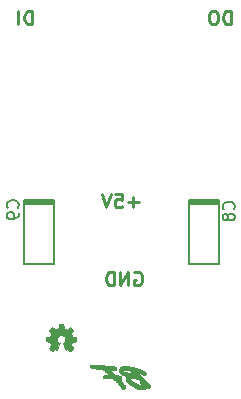
<source format=gbo>
G04 #@! TF.GenerationSoftware,KiCad,Pcbnew,5.0.0-fee4fd1~65~ubuntu17.10.1*
G04 #@! TF.CreationDate,2018-08-22T05:19:58-04:00*
G04 #@! TF.ProjectId,rgb-digit,7267622D64696769742E6B696361645F,A*
G04 #@! TF.SameCoordinates,Original*
G04 #@! TF.FileFunction,Legend,Bot*
G04 #@! TF.FilePolarity,Positive*
%FSLAX46Y46*%
G04 Gerber Fmt 4.6, Leading zero omitted, Abs format (unit mm)*
G04 Created by KiCad (PCBNEW 5.0.0-fee4fd1~65~ubuntu17.10.1) date Wed Aug 22 05:19:58 2018*
%MOMM*%
%LPD*%
G01*
G04 APERTURE LIST*
%ADD10C,0.285750*%
%ADD11C,0.002540*%
%ADD12C,0.050000*%
%ADD13C,0.180000*%
G04 APERTURE END LIST*
D10*
X142094857Y-108013500D02*
X142203714Y-107959071D01*
X142367000Y-107959071D01*
X142530285Y-108013500D01*
X142639142Y-108122357D01*
X142693571Y-108231214D01*
X142748000Y-108448928D01*
X142748000Y-108612214D01*
X142693571Y-108829928D01*
X142639142Y-108938785D01*
X142530285Y-109047642D01*
X142367000Y-109102071D01*
X142258142Y-109102071D01*
X142094857Y-109047642D01*
X142040428Y-108993214D01*
X142040428Y-108612214D01*
X142258142Y-108612214D01*
X141550571Y-109102071D02*
X141550571Y-107959071D01*
X140897428Y-109102071D01*
X140897428Y-107959071D01*
X140353142Y-109102071D02*
X140353142Y-107959071D01*
X140081000Y-107959071D01*
X139917714Y-108013500D01*
X139808857Y-108122357D01*
X139754428Y-108231214D01*
X139700000Y-108448928D01*
X139700000Y-108612214D01*
X139754428Y-108829928D01*
X139808857Y-108938785D01*
X139917714Y-109047642D01*
X140081000Y-109102071D01*
X140353142Y-109102071D01*
X142439571Y-102062642D02*
X141568714Y-102062642D01*
X142004142Y-102498071D02*
X142004142Y-101627214D01*
X140480142Y-101355071D02*
X141024428Y-101355071D01*
X141078857Y-101899357D01*
X141024428Y-101844928D01*
X140915571Y-101790500D01*
X140643428Y-101790500D01*
X140534571Y-101844928D01*
X140480142Y-101899357D01*
X140425714Y-102008214D01*
X140425714Y-102280357D01*
X140480142Y-102389214D01*
X140534571Y-102443642D01*
X140643428Y-102498071D01*
X140915571Y-102498071D01*
X141024428Y-102443642D01*
X141078857Y-102389214D01*
X140099142Y-101355071D02*
X139718142Y-102498071D01*
X139337142Y-101355071D01*
X150250071Y-87004071D02*
X150250071Y-85861071D01*
X149977928Y-85861071D01*
X149814642Y-85915500D01*
X149705785Y-86024357D01*
X149651357Y-86133214D01*
X149596928Y-86350928D01*
X149596928Y-86514214D01*
X149651357Y-86731928D01*
X149705785Y-86840785D01*
X149814642Y-86949642D01*
X149977928Y-87004071D01*
X150250071Y-87004071D01*
X148889357Y-85861071D02*
X148671642Y-85861071D01*
X148562785Y-85915500D01*
X148453928Y-86024357D01*
X148399500Y-86242071D01*
X148399500Y-86623071D01*
X148453928Y-86840785D01*
X148562785Y-86949642D01*
X148671642Y-87004071D01*
X148889357Y-87004071D01*
X148998214Y-86949642D01*
X149107071Y-86840785D01*
X149161500Y-86623071D01*
X149161500Y-86242071D01*
X149107071Y-86024357D01*
X148998214Y-85915500D01*
X148889357Y-85861071D01*
X133413500Y-87004071D02*
X133413500Y-85861071D01*
X133141357Y-85861071D01*
X132978071Y-85915500D01*
X132869214Y-86024357D01*
X132814785Y-86133214D01*
X132760357Y-86350928D01*
X132760357Y-86514214D01*
X132814785Y-86731928D01*
X132869214Y-86840785D01*
X132978071Y-86949642D01*
X133141357Y-87004071D01*
X133413500Y-87004071D01*
X132270500Y-87004071D02*
X132270500Y-85861071D01*
D11*
G04 #@! TO.C,LOGO-OSHW-100*
G36*
X136659620Y-114675920D02*
X136644380Y-114670840D01*
X136616440Y-114650520D01*
X136573260Y-114622580D01*
X136522460Y-114589560D01*
X136474200Y-114556540D01*
X136431020Y-114528600D01*
X136403080Y-114510820D01*
X136390380Y-114503200D01*
X136385300Y-114505740D01*
X136359900Y-114515900D01*
X136324340Y-114536220D01*
X136306560Y-114546380D01*
X136273540Y-114559080D01*
X136258300Y-114561620D01*
X136255760Y-114556540D01*
X136243060Y-114533680D01*
X136225280Y-114490500D01*
X136199880Y-114437160D01*
X136174480Y-114371120D01*
X136144000Y-114302540D01*
X136113520Y-114231420D01*
X136085580Y-114162840D01*
X136062720Y-114104420D01*
X136042400Y-114053620D01*
X136029700Y-114020600D01*
X136024620Y-114005360D01*
X136024620Y-114002820D01*
X136042400Y-113985040D01*
X136070340Y-113964720D01*
X136128760Y-113916460D01*
X136189720Y-113842800D01*
X136225280Y-113758980D01*
X136235440Y-113665000D01*
X136225280Y-113581180D01*
X136192260Y-113497360D01*
X136133840Y-113421160D01*
X136062720Y-113365280D01*
X135981440Y-113332260D01*
X135890000Y-113319560D01*
X135803640Y-113329720D01*
X135717280Y-113362740D01*
X135643620Y-113421160D01*
X135610600Y-113456720D01*
X135567420Y-113532920D01*
X135542020Y-113614200D01*
X135539480Y-113634520D01*
X135544560Y-113720880D01*
X135569960Y-113807240D01*
X135618220Y-113883440D01*
X135681720Y-113946940D01*
X135689340Y-113952020D01*
X135719820Y-113974880D01*
X135740140Y-113990120D01*
X135757920Y-114002820D01*
X135643620Y-114277140D01*
X135625840Y-114320320D01*
X135595360Y-114393980D01*
X135567420Y-114460020D01*
X135544560Y-114510820D01*
X135529320Y-114543840D01*
X135524240Y-114559080D01*
X135521700Y-114559080D01*
X135511540Y-114561620D01*
X135491220Y-114554000D01*
X135453120Y-114536220D01*
X135427720Y-114523520D01*
X135399780Y-114508280D01*
X135387080Y-114503200D01*
X135374380Y-114508280D01*
X135346440Y-114526060D01*
X135305800Y-114554000D01*
X135257540Y-114587020D01*
X135211820Y-114620040D01*
X135168640Y-114647980D01*
X135135620Y-114668300D01*
X135122920Y-114675920D01*
X135120380Y-114675920D01*
X135105140Y-114668300D01*
X135082280Y-114647980D01*
X135044180Y-114612420D01*
X134990840Y-114561620D01*
X134983220Y-114551460D01*
X134940040Y-114508280D01*
X134904480Y-114470180D01*
X134881620Y-114444780D01*
X134874000Y-114432080D01*
X134881620Y-114419380D01*
X134899400Y-114386360D01*
X134929880Y-114343180D01*
X134962900Y-114292380D01*
X135054340Y-114160300D01*
X135003540Y-114038380D01*
X134988300Y-114000280D01*
X134970520Y-113952020D01*
X134955280Y-113919000D01*
X134947660Y-113906300D01*
X134934960Y-113901220D01*
X134899400Y-113893600D01*
X134851140Y-113883440D01*
X134792720Y-113870740D01*
X134736840Y-113860580D01*
X134686040Y-113852960D01*
X134647940Y-113845340D01*
X134632700Y-113840260D01*
X134627620Y-113840260D01*
X134625080Y-113830100D01*
X134622540Y-113814860D01*
X134622540Y-113784380D01*
X134622540Y-113736120D01*
X134622540Y-113665000D01*
X134622540Y-113659920D01*
X134622540Y-113593880D01*
X134622540Y-113540540D01*
X134625080Y-113504980D01*
X134627620Y-113489740D01*
X134642860Y-113487200D01*
X134678420Y-113479580D01*
X134729220Y-113469420D01*
X134790180Y-113456720D01*
X134792720Y-113456720D01*
X134853680Y-113446560D01*
X134904480Y-113433860D01*
X134940040Y-113426240D01*
X134955280Y-113421160D01*
X134957820Y-113418620D01*
X134970520Y-113395760D01*
X134985760Y-113357660D01*
X135006080Y-113311940D01*
X135026400Y-113263680D01*
X135044180Y-113223040D01*
X135054340Y-113190020D01*
X135056880Y-113177320D01*
X135056880Y-113174780D01*
X135049260Y-113162080D01*
X135028940Y-113131600D01*
X134998460Y-113085880D01*
X134962900Y-113035080D01*
X134960360Y-113032540D01*
X134927340Y-112981740D01*
X134899400Y-112938560D01*
X134879080Y-112908080D01*
X134874000Y-112892840D01*
X134884160Y-112877600D01*
X134909560Y-112849660D01*
X134947660Y-112811560D01*
X134990840Y-112765840D01*
X135006080Y-112750600D01*
X135054340Y-112702340D01*
X135089900Y-112671860D01*
X135110220Y-112654080D01*
X135120380Y-112651540D01*
X135135620Y-112661700D01*
X135168640Y-112682020D01*
X135211820Y-112712500D01*
X135262620Y-112745520D01*
X135267700Y-112748060D01*
X135318500Y-112783620D01*
X135361680Y-112811560D01*
X135389620Y-112831880D01*
X135404860Y-112839500D01*
X135427720Y-112834420D01*
X135463280Y-112821720D01*
X135506460Y-112803940D01*
X135554720Y-112786160D01*
X135597900Y-112765840D01*
X135628380Y-112753140D01*
X135643620Y-112742980D01*
X135648700Y-112725200D01*
X135658860Y-112687100D01*
X135669020Y-112633760D01*
X135681720Y-112572800D01*
X135681720Y-112562640D01*
X135694420Y-112501680D01*
X135704580Y-112450880D01*
X135712200Y-112417860D01*
X135714740Y-112402620D01*
X135722360Y-112400080D01*
X135752840Y-112400080D01*
X135798560Y-112397540D01*
X135851900Y-112397540D01*
X135907780Y-112397540D01*
X135963660Y-112397540D01*
X136011920Y-112400080D01*
X136047480Y-112402620D01*
X136060180Y-112405160D01*
X136067800Y-112425480D01*
X136075420Y-112463580D01*
X136085580Y-112516920D01*
X136098280Y-112577880D01*
X136100820Y-112588040D01*
X136110980Y-112649000D01*
X136121140Y-112699800D01*
X136128760Y-112732820D01*
X136131300Y-112745520D01*
X136138920Y-112750600D01*
X136161780Y-112760760D01*
X136202420Y-112776000D01*
X136253220Y-112796320D01*
X136370060Y-112844580D01*
X136512300Y-112745520D01*
X136525000Y-112737900D01*
X136575800Y-112702340D01*
X136618980Y-112674400D01*
X136646920Y-112656620D01*
X136659620Y-112649000D01*
X136662160Y-112649000D01*
X136674860Y-112661700D01*
X136702800Y-112689640D01*
X136740900Y-112725200D01*
X136786620Y-112770920D01*
X136819640Y-112803940D01*
X136860280Y-112844580D01*
X136883140Y-112869980D01*
X136898380Y-112887760D01*
X136903460Y-112897920D01*
X136900920Y-112905540D01*
X136893300Y-112920780D01*
X136870440Y-112951260D01*
X136842500Y-112994440D01*
X136806940Y-113045240D01*
X136779000Y-113085880D01*
X136748520Y-113134140D01*
X136728200Y-113169700D01*
X136720580Y-113184940D01*
X136723120Y-113192560D01*
X136733280Y-113220500D01*
X136748520Y-113263680D01*
X136771380Y-113311940D01*
X136819640Y-113426240D01*
X136893300Y-113438940D01*
X136939020Y-113449100D01*
X137002520Y-113461800D01*
X137060940Y-113471960D01*
X137154920Y-113489740D01*
X137160000Y-113832640D01*
X137144760Y-113837720D01*
X137129520Y-113842800D01*
X137096500Y-113850420D01*
X137045700Y-113860580D01*
X136987280Y-113870740D01*
X136939020Y-113880900D01*
X136888220Y-113891060D01*
X136852660Y-113896140D01*
X136834880Y-113901220D01*
X136832340Y-113906300D01*
X136819640Y-113929160D01*
X136801860Y-113969800D01*
X136781540Y-114015520D01*
X136761220Y-114063780D01*
X136743440Y-114106960D01*
X136730740Y-114142520D01*
X136725660Y-114160300D01*
X136733280Y-114173000D01*
X136753600Y-114200940D01*
X136781540Y-114244120D01*
X136814560Y-114294920D01*
X136847580Y-114343180D01*
X136878060Y-114386360D01*
X136898380Y-114416840D01*
X136906000Y-114432080D01*
X136900920Y-114439700D01*
X136880600Y-114465100D01*
X136845040Y-114503200D01*
X136789160Y-114559080D01*
X136779000Y-114566700D01*
X136733280Y-114609880D01*
X136697720Y-114645440D01*
X136669780Y-114668300D01*
X136659620Y-114675920D01*
X136659620Y-114675920D01*
G37*
X136659620Y-114675920D02*
X136644380Y-114670840D01*
X136616440Y-114650520D01*
X136573260Y-114622580D01*
X136522460Y-114589560D01*
X136474200Y-114556540D01*
X136431020Y-114528600D01*
X136403080Y-114510820D01*
X136390380Y-114503200D01*
X136385300Y-114505740D01*
X136359900Y-114515900D01*
X136324340Y-114536220D01*
X136306560Y-114546380D01*
X136273540Y-114559080D01*
X136258300Y-114561620D01*
X136255760Y-114556540D01*
X136243060Y-114533680D01*
X136225280Y-114490500D01*
X136199880Y-114437160D01*
X136174480Y-114371120D01*
X136144000Y-114302540D01*
X136113520Y-114231420D01*
X136085580Y-114162840D01*
X136062720Y-114104420D01*
X136042400Y-114053620D01*
X136029700Y-114020600D01*
X136024620Y-114005360D01*
X136024620Y-114002820D01*
X136042400Y-113985040D01*
X136070340Y-113964720D01*
X136128760Y-113916460D01*
X136189720Y-113842800D01*
X136225280Y-113758980D01*
X136235440Y-113665000D01*
X136225280Y-113581180D01*
X136192260Y-113497360D01*
X136133840Y-113421160D01*
X136062720Y-113365280D01*
X135981440Y-113332260D01*
X135890000Y-113319560D01*
X135803640Y-113329720D01*
X135717280Y-113362740D01*
X135643620Y-113421160D01*
X135610600Y-113456720D01*
X135567420Y-113532920D01*
X135542020Y-113614200D01*
X135539480Y-113634520D01*
X135544560Y-113720880D01*
X135569960Y-113807240D01*
X135618220Y-113883440D01*
X135681720Y-113946940D01*
X135689340Y-113952020D01*
X135719820Y-113974880D01*
X135740140Y-113990120D01*
X135757920Y-114002820D01*
X135643620Y-114277140D01*
X135625840Y-114320320D01*
X135595360Y-114393980D01*
X135567420Y-114460020D01*
X135544560Y-114510820D01*
X135529320Y-114543840D01*
X135524240Y-114559080D01*
X135521700Y-114559080D01*
X135511540Y-114561620D01*
X135491220Y-114554000D01*
X135453120Y-114536220D01*
X135427720Y-114523520D01*
X135399780Y-114508280D01*
X135387080Y-114503200D01*
X135374380Y-114508280D01*
X135346440Y-114526060D01*
X135305800Y-114554000D01*
X135257540Y-114587020D01*
X135211820Y-114620040D01*
X135168640Y-114647980D01*
X135135620Y-114668300D01*
X135122920Y-114675920D01*
X135120380Y-114675920D01*
X135105140Y-114668300D01*
X135082280Y-114647980D01*
X135044180Y-114612420D01*
X134990840Y-114561620D01*
X134983220Y-114551460D01*
X134940040Y-114508280D01*
X134904480Y-114470180D01*
X134881620Y-114444780D01*
X134874000Y-114432080D01*
X134881620Y-114419380D01*
X134899400Y-114386360D01*
X134929880Y-114343180D01*
X134962900Y-114292380D01*
X135054340Y-114160300D01*
X135003540Y-114038380D01*
X134988300Y-114000280D01*
X134970520Y-113952020D01*
X134955280Y-113919000D01*
X134947660Y-113906300D01*
X134934960Y-113901220D01*
X134899400Y-113893600D01*
X134851140Y-113883440D01*
X134792720Y-113870740D01*
X134736840Y-113860580D01*
X134686040Y-113852960D01*
X134647940Y-113845340D01*
X134632700Y-113840260D01*
X134627620Y-113840260D01*
X134625080Y-113830100D01*
X134622540Y-113814860D01*
X134622540Y-113784380D01*
X134622540Y-113736120D01*
X134622540Y-113665000D01*
X134622540Y-113659920D01*
X134622540Y-113593880D01*
X134622540Y-113540540D01*
X134625080Y-113504980D01*
X134627620Y-113489740D01*
X134642860Y-113487200D01*
X134678420Y-113479580D01*
X134729220Y-113469420D01*
X134790180Y-113456720D01*
X134792720Y-113456720D01*
X134853680Y-113446560D01*
X134904480Y-113433860D01*
X134940040Y-113426240D01*
X134955280Y-113421160D01*
X134957820Y-113418620D01*
X134970520Y-113395760D01*
X134985760Y-113357660D01*
X135006080Y-113311940D01*
X135026400Y-113263680D01*
X135044180Y-113223040D01*
X135054340Y-113190020D01*
X135056880Y-113177320D01*
X135056880Y-113174780D01*
X135049260Y-113162080D01*
X135028940Y-113131600D01*
X134998460Y-113085880D01*
X134962900Y-113035080D01*
X134960360Y-113032540D01*
X134927340Y-112981740D01*
X134899400Y-112938560D01*
X134879080Y-112908080D01*
X134874000Y-112892840D01*
X134884160Y-112877600D01*
X134909560Y-112849660D01*
X134947660Y-112811560D01*
X134990840Y-112765840D01*
X135006080Y-112750600D01*
X135054340Y-112702340D01*
X135089900Y-112671860D01*
X135110220Y-112654080D01*
X135120380Y-112651540D01*
X135135620Y-112661700D01*
X135168640Y-112682020D01*
X135211820Y-112712500D01*
X135262620Y-112745520D01*
X135267700Y-112748060D01*
X135318500Y-112783620D01*
X135361680Y-112811560D01*
X135389620Y-112831880D01*
X135404860Y-112839500D01*
X135427720Y-112834420D01*
X135463280Y-112821720D01*
X135506460Y-112803940D01*
X135554720Y-112786160D01*
X135597900Y-112765840D01*
X135628380Y-112753140D01*
X135643620Y-112742980D01*
X135648700Y-112725200D01*
X135658860Y-112687100D01*
X135669020Y-112633760D01*
X135681720Y-112572800D01*
X135681720Y-112562640D01*
X135694420Y-112501680D01*
X135704580Y-112450880D01*
X135712200Y-112417860D01*
X135714740Y-112402620D01*
X135722360Y-112400080D01*
X135752840Y-112400080D01*
X135798560Y-112397540D01*
X135851900Y-112397540D01*
X135907780Y-112397540D01*
X135963660Y-112397540D01*
X136011920Y-112400080D01*
X136047480Y-112402620D01*
X136060180Y-112405160D01*
X136067800Y-112425480D01*
X136075420Y-112463580D01*
X136085580Y-112516920D01*
X136098280Y-112577880D01*
X136100820Y-112588040D01*
X136110980Y-112649000D01*
X136121140Y-112699800D01*
X136128760Y-112732820D01*
X136131300Y-112745520D01*
X136138920Y-112750600D01*
X136161780Y-112760760D01*
X136202420Y-112776000D01*
X136253220Y-112796320D01*
X136370060Y-112844580D01*
X136512300Y-112745520D01*
X136525000Y-112737900D01*
X136575800Y-112702340D01*
X136618980Y-112674400D01*
X136646920Y-112656620D01*
X136659620Y-112649000D01*
X136662160Y-112649000D01*
X136674860Y-112661700D01*
X136702800Y-112689640D01*
X136740900Y-112725200D01*
X136786620Y-112770920D01*
X136819640Y-112803940D01*
X136860280Y-112844580D01*
X136883140Y-112869980D01*
X136898380Y-112887760D01*
X136903460Y-112897920D01*
X136900920Y-112905540D01*
X136893300Y-112920780D01*
X136870440Y-112951260D01*
X136842500Y-112994440D01*
X136806940Y-113045240D01*
X136779000Y-113085880D01*
X136748520Y-113134140D01*
X136728200Y-113169700D01*
X136720580Y-113184940D01*
X136723120Y-113192560D01*
X136733280Y-113220500D01*
X136748520Y-113263680D01*
X136771380Y-113311940D01*
X136819640Y-113426240D01*
X136893300Y-113438940D01*
X136939020Y-113449100D01*
X137002520Y-113461800D01*
X137060940Y-113471960D01*
X137154920Y-113489740D01*
X137160000Y-113832640D01*
X137144760Y-113837720D01*
X137129520Y-113842800D01*
X137096500Y-113850420D01*
X137045700Y-113860580D01*
X136987280Y-113870740D01*
X136939020Y-113880900D01*
X136888220Y-113891060D01*
X136852660Y-113896140D01*
X136834880Y-113901220D01*
X136832340Y-113906300D01*
X136819640Y-113929160D01*
X136801860Y-113969800D01*
X136781540Y-114015520D01*
X136761220Y-114063780D01*
X136743440Y-114106960D01*
X136730740Y-114142520D01*
X136725660Y-114160300D01*
X136733280Y-114173000D01*
X136753600Y-114200940D01*
X136781540Y-114244120D01*
X136814560Y-114294920D01*
X136847580Y-114343180D01*
X136878060Y-114386360D01*
X136898380Y-114416840D01*
X136906000Y-114432080D01*
X136900920Y-114439700D01*
X136880600Y-114465100D01*
X136845040Y-114503200D01*
X136789160Y-114559080D01*
X136779000Y-114566700D01*
X136733280Y-114609880D01*
X136697720Y-114645440D01*
X136669780Y-114668300D01*
X136659620Y-114675920D01*
D12*
G04 #@! TO.C,SIGNATURE_SILK*
G36*
X140768960Y-116314621D02*
X140772227Y-116377702D01*
X140784312Y-116432055D01*
X140789516Y-116445139D01*
X140827324Y-116505455D01*
X140885202Y-116565196D01*
X140962052Y-116623658D01*
X141050293Y-116676271D01*
X141050293Y-116292752D01*
X141076292Y-116278350D01*
X141110345Y-116267208D01*
X141162147Y-116260530D01*
X141228777Y-116258220D01*
X141307317Y-116260180D01*
X141394846Y-116266313D01*
X141488444Y-116276522D01*
X141585190Y-116290709D01*
X141618230Y-116296412D01*
X141662329Y-116304635D01*
X141689600Y-116311305D01*
X141704082Y-116318422D01*
X141709814Y-116327984D01*
X141710834Y-116341990D01*
X141710834Y-116342255D01*
X141712774Y-116360082D01*
X141719956Y-116378222D01*
X141734426Y-116398999D01*
X141758227Y-116424734D01*
X141793403Y-116457749D01*
X141841999Y-116500366D01*
X141874482Y-116528140D01*
X141916840Y-116564364D01*
X141952820Y-116595514D01*
X141979635Y-116619149D01*
X141994501Y-116632825D01*
X141996584Y-116635185D01*
X141990407Y-116636244D01*
X141970857Y-116633377D01*
X141936404Y-116626254D01*
X141885517Y-116614545D01*
X141816667Y-116597918D01*
X141763750Y-116584862D01*
X141636707Y-116551206D01*
X141516312Y-116515158D01*
X141404873Y-116477607D01*
X141304696Y-116439443D01*
X141218087Y-116401556D01*
X141147352Y-116364836D01*
X141094797Y-116330172D01*
X141086876Y-116323738D01*
X141050293Y-116292752D01*
X141050293Y-116676271D01*
X141056776Y-116680137D01*
X141168279Y-116733931D01*
X141295463Y-116784336D01*
X141345709Y-116801795D01*
X141385992Y-116815314D01*
X141419048Y-116826422D01*
X141439346Y-116833259D01*
X141442255Y-116834246D01*
X141444286Y-116845402D01*
X141435546Y-116872240D01*
X141418442Y-116909215D01*
X141398719Y-116951647D01*
X141387868Y-116986495D01*
X141383405Y-117024037D01*
X141382750Y-117056810D01*
X141388041Y-117120170D01*
X141405015Y-117180242D01*
X141435326Y-117240113D01*
X141480626Y-117302871D01*
X141542571Y-117371605D01*
X141561604Y-117390833D01*
X141671179Y-117487720D01*
X141689667Y-117500988D01*
X141689667Y-117038098D01*
X141699693Y-117020399D01*
X141727583Y-117004288D01*
X141770052Y-116990436D01*
X141823818Y-116979517D01*
X141885597Y-116972202D01*
X141952106Y-116969165D01*
X142017750Y-116970922D01*
X142172656Y-116988033D01*
X142330084Y-117018531D01*
X142357600Y-117025254D01*
X142391876Y-117035111D01*
X142419935Y-117047165D01*
X142447424Y-117064888D01*
X142479986Y-117091748D01*
X142509965Y-117118900D01*
X142592356Y-117194879D01*
X142574928Y-117228580D01*
X142560565Y-117272595D01*
X142558232Y-117320097D01*
X142567704Y-117362933D01*
X142579235Y-117383359D01*
X142604246Y-117404434D01*
X142638297Y-117420911D01*
X142645381Y-117423088D01*
X142707784Y-117440880D01*
X142754266Y-117456322D01*
X142789640Y-117471326D01*
X142818719Y-117487803D01*
X142832887Y-117497542D01*
X142856449Y-117516742D01*
X142869307Y-117531524D01*
X142869957Y-117536633D01*
X142852775Y-117545534D01*
X142821898Y-117554959D01*
X142784675Y-117563145D01*
X142748454Y-117568326D01*
X142734325Y-117569210D01*
X142703891Y-117567534D01*
X142661655Y-117562144D01*
X142616419Y-117554179D01*
X142613550Y-117553593D01*
X142512537Y-117527468D01*
X142400574Y-117489312D01*
X142282453Y-117441240D01*
X142162969Y-117385365D01*
X142046916Y-117323804D01*
X141939088Y-117258671D01*
X141926781Y-117250617D01*
X141873087Y-117213197D01*
X141821359Y-117173608D01*
X141774461Y-117134417D01*
X141735255Y-117098192D01*
X141706607Y-117067497D01*
X141691378Y-117044901D01*
X141689667Y-117038098D01*
X141689667Y-117500988D01*
X141797978Y-117578723D01*
X141938453Y-117662044D01*
X142089061Y-117735884D01*
X142246254Y-117798444D01*
X142406488Y-117847926D01*
X142510588Y-117872224D01*
X142591828Y-117885782D01*
X142674281Y-117894361D01*
X142753110Y-117897822D01*
X142823480Y-117896025D01*
X142880554Y-117888830D01*
X142901459Y-117883529D01*
X142959611Y-117861023D01*
X143014564Y-117829943D01*
X143057958Y-117798960D01*
X143106151Y-117762174D01*
X143146680Y-117783319D01*
X143198870Y-117799997D01*
X143250457Y-117797970D01*
X143297995Y-117779507D01*
X143338041Y-117746878D01*
X143367151Y-117702353D01*
X143381880Y-117648202D01*
X143383000Y-117627582D01*
X143380909Y-117589267D01*
X143375596Y-117555160D01*
X143372068Y-117542873D01*
X143357033Y-117516391D01*
X143327851Y-117477205D01*
X143286037Y-117426853D01*
X143233101Y-117366874D01*
X143170557Y-117298805D01*
X143099918Y-117224185D01*
X143022695Y-117144552D01*
X142940401Y-117061443D01*
X142854549Y-116976399D01*
X142766651Y-116890956D01*
X142678220Y-116806652D01*
X142590768Y-116725027D01*
X142505808Y-116647617D01*
X142424851Y-116575963D01*
X142401162Y-116555466D01*
X142366308Y-116525179D01*
X142338834Y-116500712D01*
X142321806Y-116484836D01*
X142317837Y-116480166D01*
X142328825Y-116483410D01*
X142356114Y-116492321D01*
X142395992Y-116505663D01*
X142444751Y-116522204D01*
X142463191Y-116528508D01*
X142575461Y-116569052D01*
X142666862Y-116606625D01*
X142737369Y-116641213D01*
X142786955Y-116672806D01*
X142796974Y-116681014D01*
X142840313Y-116706517D01*
X142887534Y-116713521D01*
X142934355Y-116703060D01*
X142976495Y-116676163D01*
X143009672Y-116633863D01*
X143012157Y-116629170D01*
X143030085Y-116572230D01*
X143028346Y-116514038D01*
X143007752Y-116458691D01*
X142969117Y-116410282D01*
X142968635Y-116409840D01*
X142938276Y-116387831D01*
X142890780Y-116360667D01*
X142829161Y-116329662D01*
X142756436Y-116296132D01*
X142675620Y-116261391D01*
X142589729Y-116226756D01*
X142501778Y-116193540D01*
X142414783Y-116163059D01*
X142367000Y-116147482D01*
X142245990Y-116111365D01*
X142118965Y-116077359D01*
X141988616Y-116045927D01*
X141857633Y-116017535D01*
X141728707Y-115992643D01*
X141604528Y-115971717D01*
X141487787Y-115955219D01*
X141381175Y-115943613D01*
X141287382Y-115937361D01*
X141209099Y-115936928D01*
X141164457Y-115940400D01*
X141064042Y-115961482D01*
X140975321Y-115996789D01*
X140900024Y-116045146D01*
X140839885Y-116105379D01*
X140796637Y-116176315D01*
X140788950Y-116194839D01*
X140774528Y-116250953D01*
X140768960Y-116314621D01*
X140768960Y-116314621D01*
G37*
X140768960Y-116314621D02*
X140772227Y-116377702D01*
X140784312Y-116432055D01*
X140789516Y-116445139D01*
X140827324Y-116505455D01*
X140885202Y-116565196D01*
X140962052Y-116623658D01*
X141050293Y-116676271D01*
X141050293Y-116292752D01*
X141076292Y-116278350D01*
X141110345Y-116267208D01*
X141162147Y-116260530D01*
X141228777Y-116258220D01*
X141307317Y-116260180D01*
X141394846Y-116266313D01*
X141488444Y-116276522D01*
X141585190Y-116290709D01*
X141618230Y-116296412D01*
X141662329Y-116304635D01*
X141689600Y-116311305D01*
X141704082Y-116318422D01*
X141709814Y-116327984D01*
X141710834Y-116341990D01*
X141710834Y-116342255D01*
X141712774Y-116360082D01*
X141719956Y-116378222D01*
X141734426Y-116398999D01*
X141758227Y-116424734D01*
X141793403Y-116457749D01*
X141841999Y-116500366D01*
X141874482Y-116528140D01*
X141916840Y-116564364D01*
X141952820Y-116595514D01*
X141979635Y-116619149D01*
X141994501Y-116632825D01*
X141996584Y-116635185D01*
X141990407Y-116636244D01*
X141970857Y-116633377D01*
X141936404Y-116626254D01*
X141885517Y-116614545D01*
X141816667Y-116597918D01*
X141763750Y-116584862D01*
X141636707Y-116551206D01*
X141516312Y-116515158D01*
X141404873Y-116477607D01*
X141304696Y-116439443D01*
X141218087Y-116401556D01*
X141147352Y-116364836D01*
X141094797Y-116330172D01*
X141086876Y-116323738D01*
X141050293Y-116292752D01*
X141050293Y-116676271D01*
X141056776Y-116680137D01*
X141168279Y-116733931D01*
X141295463Y-116784336D01*
X141345709Y-116801795D01*
X141385992Y-116815314D01*
X141419048Y-116826422D01*
X141439346Y-116833259D01*
X141442255Y-116834246D01*
X141444286Y-116845402D01*
X141435546Y-116872240D01*
X141418442Y-116909215D01*
X141398719Y-116951647D01*
X141387868Y-116986495D01*
X141383405Y-117024037D01*
X141382750Y-117056810D01*
X141388041Y-117120170D01*
X141405015Y-117180242D01*
X141435326Y-117240113D01*
X141480626Y-117302871D01*
X141542571Y-117371605D01*
X141561604Y-117390833D01*
X141671179Y-117487720D01*
X141689667Y-117500988D01*
X141689667Y-117038098D01*
X141699693Y-117020399D01*
X141727583Y-117004288D01*
X141770052Y-116990436D01*
X141823818Y-116979517D01*
X141885597Y-116972202D01*
X141952106Y-116969165D01*
X142017750Y-116970922D01*
X142172656Y-116988033D01*
X142330084Y-117018531D01*
X142357600Y-117025254D01*
X142391876Y-117035111D01*
X142419935Y-117047165D01*
X142447424Y-117064888D01*
X142479986Y-117091748D01*
X142509965Y-117118900D01*
X142592356Y-117194879D01*
X142574928Y-117228580D01*
X142560565Y-117272595D01*
X142558232Y-117320097D01*
X142567704Y-117362933D01*
X142579235Y-117383359D01*
X142604246Y-117404434D01*
X142638297Y-117420911D01*
X142645381Y-117423088D01*
X142707784Y-117440880D01*
X142754266Y-117456322D01*
X142789640Y-117471326D01*
X142818719Y-117487803D01*
X142832887Y-117497542D01*
X142856449Y-117516742D01*
X142869307Y-117531524D01*
X142869957Y-117536633D01*
X142852775Y-117545534D01*
X142821898Y-117554959D01*
X142784675Y-117563145D01*
X142748454Y-117568326D01*
X142734325Y-117569210D01*
X142703891Y-117567534D01*
X142661655Y-117562144D01*
X142616419Y-117554179D01*
X142613550Y-117553593D01*
X142512537Y-117527468D01*
X142400574Y-117489312D01*
X142282453Y-117441240D01*
X142162969Y-117385365D01*
X142046916Y-117323804D01*
X141939088Y-117258671D01*
X141926781Y-117250617D01*
X141873087Y-117213197D01*
X141821359Y-117173608D01*
X141774461Y-117134417D01*
X141735255Y-117098192D01*
X141706607Y-117067497D01*
X141691378Y-117044901D01*
X141689667Y-117038098D01*
X141689667Y-117500988D01*
X141797978Y-117578723D01*
X141938453Y-117662044D01*
X142089061Y-117735884D01*
X142246254Y-117798444D01*
X142406488Y-117847926D01*
X142510588Y-117872224D01*
X142591828Y-117885782D01*
X142674281Y-117894361D01*
X142753110Y-117897822D01*
X142823480Y-117896025D01*
X142880554Y-117888830D01*
X142901459Y-117883529D01*
X142959611Y-117861023D01*
X143014564Y-117829943D01*
X143057958Y-117798960D01*
X143106151Y-117762174D01*
X143146680Y-117783319D01*
X143198870Y-117799997D01*
X143250457Y-117797970D01*
X143297995Y-117779507D01*
X143338041Y-117746878D01*
X143367151Y-117702353D01*
X143381880Y-117648202D01*
X143383000Y-117627582D01*
X143380909Y-117589267D01*
X143375596Y-117555160D01*
X143372068Y-117542873D01*
X143357033Y-117516391D01*
X143327851Y-117477205D01*
X143286037Y-117426853D01*
X143233101Y-117366874D01*
X143170557Y-117298805D01*
X143099918Y-117224185D01*
X143022695Y-117144552D01*
X142940401Y-117061443D01*
X142854549Y-116976399D01*
X142766651Y-116890956D01*
X142678220Y-116806652D01*
X142590768Y-116725027D01*
X142505808Y-116647617D01*
X142424851Y-116575963D01*
X142401162Y-116555466D01*
X142366308Y-116525179D01*
X142338834Y-116500712D01*
X142321806Y-116484836D01*
X142317837Y-116480166D01*
X142328825Y-116483410D01*
X142356114Y-116492321D01*
X142395992Y-116505663D01*
X142444751Y-116522204D01*
X142463191Y-116528508D01*
X142575461Y-116569052D01*
X142666862Y-116606625D01*
X142737369Y-116641213D01*
X142786955Y-116672806D01*
X142796974Y-116681014D01*
X142840313Y-116706517D01*
X142887534Y-116713521D01*
X142934355Y-116703060D01*
X142976495Y-116676163D01*
X143009672Y-116633863D01*
X143012157Y-116629170D01*
X143030085Y-116572230D01*
X143028346Y-116514038D01*
X143007752Y-116458691D01*
X142969117Y-116410282D01*
X142968635Y-116409840D01*
X142938276Y-116387831D01*
X142890780Y-116360667D01*
X142829161Y-116329662D01*
X142756436Y-116296132D01*
X142675620Y-116261391D01*
X142589729Y-116226756D01*
X142501778Y-116193540D01*
X142414783Y-116163059D01*
X142367000Y-116147482D01*
X142245990Y-116111365D01*
X142118965Y-116077359D01*
X141988616Y-116045927D01*
X141857633Y-116017535D01*
X141728707Y-115992643D01*
X141604528Y-115971717D01*
X141487787Y-115955219D01*
X141381175Y-115943613D01*
X141287382Y-115937361D01*
X141209099Y-115936928D01*
X141164457Y-115940400D01*
X141064042Y-115961482D01*
X140975321Y-115996789D01*
X140900024Y-116045146D01*
X140839885Y-116105379D01*
X140796637Y-116176315D01*
X140788950Y-116194839D01*
X140774528Y-116250953D01*
X140768960Y-116314621D01*
G36*
X138345417Y-115958697D02*
X138351952Y-116006163D01*
X138369692Y-116052653D01*
X138397575Y-116092663D01*
X138413521Y-116107383D01*
X138425724Y-116115181D01*
X138441982Y-116121114D01*
X138465647Y-116125632D01*
X138500067Y-116129185D01*
X138548591Y-116132224D01*
X138614568Y-116135199D01*
X138622837Y-116135533D01*
X138688783Y-116138385D01*
X138769718Y-116142201D01*
X138859507Y-116146674D01*
X138952011Y-116151494D01*
X139041092Y-116156355D01*
X139070292Y-116158006D01*
X139143426Y-116162161D01*
X139209837Y-116165884D01*
X139266511Y-116169011D01*
X139310437Y-116171376D01*
X139338602Y-116172816D01*
X139347703Y-116173190D01*
X139360540Y-116179651D01*
X139385669Y-116197146D01*
X139419324Y-116222917D01*
X139453536Y-116250694D01*
X139484928Y-116277403D01*
X139525680Y-116312924D01*
X139573372Y-116355065D01*
X139625584Y-116401633D01*
X139679895Y-116450436D01*
X139733886Y-116499282D01*
X139785136Y-116545977D01*
X139831226Y-116588330D01*
X139869735Y-116624147D01*
X139898243Y-116651237D01*
X139914331Y-116667406D01*
X139916795Y-116670401D01*
X139909264Y-116673848D01*
X139883033Y-116675664D01*
X139840511Y-116675791D01*
X139784108Y-116674170D01*
X139776517Y-116673855D01*
X139703715Y-116671711D01*
X139647906Y-116672843D01*
X139605068Y-116677992D01*
X139571181Y-116687897D01*
X139542221Y-116703300D01*
X139518309Y-116721409D01*
X139484465Y-116759304D01*
X139460514Y-116804829D01*
X139448330Y-116852093D01*
X139449785Y-116895200D01*
X139456898Y-116914669D01*
X139464808Y-116927349D01*
X139475043Y-116937693D01*
X139489746Y-116945987D01*
X139511055Y-116952514D01*
X139541114Y-116957559D01*
X139582063Y-116961405D01*
X139636044Y-116964337D01*
X139705198Y-116966639D01*
X139791665Y-116968594D01*
X139874625Y-116970099D01*
X139959671Y-116971841D01*
X140038847Y-116974007D01*
X140109431Y-116976481D01*
X140168700Y-116979147D01*
X140213932Y-116981888D01*
X140242404Y-116984587D01*
X140250433Y-116986184D01*
X140267067Y-116997132D01*
X140296191Y-117021215D01*
X140335616Y-117056321D01*
X140383153Y-117100334D01*
X140436613Y-117151141D01*
X140493807Y-117206628D01*
X140552545Y-117264681D01*
X140610638Y-117323185D01*
X140665898Y-117380028D01*
X140716136Y-117433095D01*
X140739653Y-117458612D01*
X140824443Y-117554306D01*
X140894066Y-117638843D01*
X140950006Y-117714134D01*
X140993748Y-117782090D01*
X141001462Y-117795499D01*
X141035118Y-117845198D01*
X141069992Y-117874805D01*
X141108434Y-117885366D01*
X141152793Y-117877924D01*
X141171008Y-117870890D01*
X141224713Y-117838002D01*
X141265817Y-117790127D01*
X141279095Y-117766858D01*
X141292717Y-117727776D01*
X141294155Y-117685114D01*
X141282675Y-117636837D01*
X141257543Y-117580905D01*
X141218023Y-117515280D01*
X141163382Y-117437926D01*
X141157807Y-117430466D01*
X141127438Y-117390336D01*
X141100505Y-117355850D01*
X141073861Y-117323328D01*
X141044356Y-117289093D01*
X141008841Y-117249464D01*
X140964168Y-117200765D01*
X140925000Y-117158487D01*
X140852216Y-117080099D01*
X140890042Y-117067095D01*
X140928522Y-117050551D01*
X140952097Y-117029727D01*
X140966932Y-116998344D01*
X140970925Y-116984732D01*
X140977273Y-116935810D01*
X140972575Y-116885115D01*
X140958529Y-116838199D01*
X140936833Y-116800616D01*
X140909186Y-116777918D01*
X140907467Y-116777188D01*
X140888360Y-116772049D01*
X140852202Y-116764566D01*
X140802895Y-116755401D01*
X140744341Y-116745215D01*
X140680441Y-116734669D01*
X140615096Y-116724425D01*
X140552209Y-116715144D01*
X140498019Y-116707786D01*
X140481789Y-116705225D01*
X140466450Y-116700960D01*
X140449887Y-116693439D01*
X140429985Y-116681112D01*
X140404628Y-116662427D01*
X140371703Y-116635833D01*
X140329093Y-116599777D01*
X140274684Y-116552710D01*
X140211895Y-116497917D01*
X140150027Y-116443870D01*
X140091062Y-116392421D01*
X140037538Y-116345780D01*
X139991994Y-116306157D01*
X139956966Y-116275762D01*
X139934994Y-116256804D01*
X139933201Y-116255270D01*
X139910420Y-116234287D01*
X139898263Y-116219902D01*
X139898578Y-116215583D01*
X139912392Y-116216655D01*
X139943789Y-116219640D01*
X139989308Y-116224192D01*
X140045485Y-116229964D01*
X140108859Y-116236610D01*
X140113510Y-116237102D01*
X140195385Y-116246518D01*
X140260267Y-116255561D01*
X140306915Y-116264028D01*
X140334090Y-116271715D01*
X140338716Y-116274144D01*
X140362524Y-116282944D01*
X140398711Y-116288329D01*
X140438686Y-116289783D01*
X140473861Y-116286793D01*
X140487985Y-116283092D01*
X140510329Y-116264060D01*
X140526086Y-116230002D01*
X140534631Y-116186203D01*
X140535338Y-116137949D01*
X140527581Y-116090522D01*
X140514781Y-116056566D01*
X140495726Y-116026492D01*
X140474476Y-116002963D01*
X140468926Y-115998722D01*
X140446379Y-115990168D01*
X140404533Y-115980719D01*
X140345229Y-115970547D01*
X140270309Y-115959825D01*
X140181615Y-115948725D01*
X140080986Y-115937420D01*
X139970265Y-115926082D01*
X139851293Y-115914883D01*
X139725911Y-115903996D01*
X139595959Y-115893594D01*
X139463280Y-115883848D01*
X139329715Y-115874931D01*
X139197104Y-115867016D01*
X139067289Y-115860274D01*
X138942111Y-115854879D01*
X138926556Y-115854296D01*
X138800856Y-115850153D01*
X138694680Y-115847789D01*
X138606455Y-115847286D01*
X138534605Y-115848724D01*
X138477557Y-115852183D01*
X138433736Y-115857746D01*
X138401569Y-115865491D01*
X138379482Y-115875501D01*
X138370204Y-115882833D01*
X138351147Y-115915753D01*
X138345417Y-115958697D01*
X138345417Y-115958697D01*
G37*
X138345417Y-115958697D02*
X138351952Y-116006163D01*
X138369692Y-116052653D01*
X138397575Y-116092663D01*
X138413521Y-116107383D01*
X138425724Y-116115181D01*
X138441982Y-116121114D01*
X138465647Y-116125632D01*
X138500067Y-116129185D01*
X138548591Y-116132224D01*
X138614568Y-116135199D01*
X138622837Y-116135533D01*
X138688783Y-116138385D01*
X138769718Y-116142201D01*
X138859507Y-116146674D01*
X138952011Y-116151494D01*
X139041092Y-116156355D01*
X139070292Y-116158006D01*
X139143426Y-116162161D01*
X139209837Y-116165884D01*
X139266511Y-116169011D01*
X139310437Y-116171376D01*
X139338602Y-116172816D01*
X139347703Y-116173190D01*
X139360540Y-116179651D01*
X139385669Y-116197146D01*
X139419324Y-116222917D01*
X139453536Y-116250694D01*
X139484928Y-116277403D01*
X139525680Y-116312924D01*
X139573372Y-116355065D01*
X139625584Y-116401633D01*
X139679895Y-116450436D01*
X139733886Y-116499282D01*
X139785136Y-116545977D01*
X139831226Y-116588330D01*
X139869735Y-116624147D01*
X139898243Y-116651237D01*
X139914331Y-116667406D01*
X139916795Y-116670401D01*
X139909264Y-116673848D01*
X139883033Y-116675664D01*
X139840511Y-116675791D01*
X139784108Y-116674170D01*
X139776517Y-116673855D01*
X139703715Y-116671711D01*
X139647906Y-116672843D01*
X139605068Y-116677992D01*
X139571181Y-116687897D01*
X139542221Y-116703300D01*
X139518309Y-116721409D01*
X139484465Y-116759304D01*
X139460514Y-116804829D01*
X139448330Y-116852093D01*
X139449785Y-116895200D01*
X139456898Y-116914669D01*
X139464808Y-116927349D01*
X139475043Y-116937693D01*
X139489746Y-116945987D01*
X139511055Y-116952514D01*
X139541114Y-116957559D01*
X139582063Y-116961405D01*
X139636044Y-116964337D01*
X139705198Y-116966639D01*
X139791665Y-116968594D01*
X139874625Y-116970099D01*
X139959671Y-116971841D01*
X140038847Y-116974007D01*
X140109431Y-116976481D01*
X140168700Y-116979147D01*
X140213932Y-116981888D01*
X140242404Y-116984587D01*
X140250433Y-116986184D01*
X140267067Y-116997132D01*
X140296191Y-117021215D01*
X140335616Y-117056321D01*
X140383153Y-117100334D01*
X140436613Y-117151141D01*
X140493807Y-117206628D01*
X140552545Y-117264681D01*
X140610638Y-117323185D01*
X140665898Y-117380028D01*
X140716136Y-117433095D01*
X140739653Y-117458612D01*
X140824443Y-117554306D01*
X140894066Y-117638843D01*
X140950006Y-117714134D01*
X140993748Y-117782090D01*
X141001462Y-117795499D01*
X141035118Y-117845198D01*
X141069992Y-117874805D01*
X141108434Y-117885366D01*
X141152793Y-117877924D01*
X141171008Y-117870890D01*
X141224713Y-117838002D01*
X141265817Y-117790127D01*
X141279095Y-117766858D01*
X141292717Y-117727776D01*
X141294155Y-117685114D01*
X141282675Y-117636837D01*
X141257543Y-117580905D01*
X141218023Y-117515280D01*
X141163382Y-117437926D01*
X141157807Y-117430466D01*
X141127438Y-117390336D01*
X141100505Y-117355850D01*
X141073861Y-117323328D01*
X141044356Y-117289093D01*
X141008841Y-117249464D01*
X140964168Y-117200765D01*
X140925000Y-117158487D01*
X140852216Y-117080099D01*
X140890042Y-117067095D01*
X140928522Y-117050551D01*
X140952097Y-117029727D01*
X140966932Y-116998344D01*
X140970925Y-116984732D01*
X140977273Y-116935810D01*
X140972575Y-116885115D01*
X140958529Y-116838199D01*
X140936833Y-116800616D01*
X140909186Y-116777918D01*
X140907467Y-116777188D01*
X140888360Y-116772049D01*
X140852202Y-116764566D01*
X140802895Y-116755401D01*
X140744341Y-116745215D01*
X140680441Y-116734669D01*
X140615096Y-116724425D01*
X140552209Y-116715144D01*
X140498019Y-116707786D01*
X140481789Y-116705225D01*
X140466450Y-116700960D01*
X140449887Y-116693439D01*
X140429985Y-116681112D01*
X140404628Y-116662427D01*
X140371703Y-116635833D01*
X140329093Y-116599777D01*
X140274684Y-116552710D01*
X140211895Y-116497917D01*
X140150027Y-116443870D01*
X140091062Y-116392421D01*
X140037538Y-116345780D01*
X139991994Y-116306157D01*
X139956966Y-116275762D01*
X139934994Y-116256804D01*
X139933201Y-116255270D01*
X139910420Y-116234287D01*
X139898263Y-116219902D01*
X139898578Y-116215583D01*
X139912392Y-116216655D01*
X139943789Y-116219640D01*
X139989308Y-116224192D01*
X140045485Y-116229964D01*
X140108859Y-116236610D01*
X140113510Y-116237102D01*
X140195385Y-116246518D01*
X140260267Y-116255561D01*
X140306915Y-116264028D01*
X140334090Y-116271715D01*
X140338716Y-116274144D01*
X140362524Y-116282944D01*
X140398711Y-116288329D01*
X140438686Y-116289783D01*
X140473861Y-116286793D01*
X140487985Y-116283092D01*
X140510329Y-116264060D01*
X140526086Y-116230002D01*
X140534631Y-116186203D01*
X140535338Y-116137949D01*
X140527581Y-116090522D01*
X140514781Y-116056566D01*
X140495726Y-116026492D01*
X140474476Y-116002963D01*
X140468926Y-115998722D01*
X140446379Y-115990168D01*
X140404533Y-115980719D01*
X140345229Y-115970547D01*
X140270309Y-115959825D01*
X140181615Y-115948725D01*
X140080986Y-115937420D01*
X139970265Y-115926082D01*
X139851293Y-115914883D01*
X139725911Y-115903996D01*
X139595959Y-115893594D01*
X139463280Y-115883848D01*
X139329715Y-115874931D01*
X139197104Y-115867016D01*
X139067289Y-115860274D01*
X138942111Y-115854879D01*
X138926556Y-115854296D01*
X138800856Y-115850153D01*
X138694680Y-115847789D01*
X138606455Y-115847286D01*
X138534605Y-115848724D01*
X138477557Y-115852183D01*
X138433736Y-115857746D01*
X138401569Y-115865491D01*
X138379482Y-115875501D01*
X138370204Y-115882833D01*
X138351147Y-115915753D01*
X138345417Y-115958697D01*
D13*
G04 #@! TO.C,C8*
X149225000Y-101854000D02*
X149225000Y-107315000D01*
X149225000Y-107315000D02*
X146685000Y-107315000D01*
X146685000Y-107315000D02*
X146685000Y-101854000D01*
X146685000Y-102235000D02*
X149225000Y-102235000D01*
X146685000Y-102108000D02*
X149225000Y-102108000D01*
X146685000Y-101981000D02*
X149225000Y-101981000D01*
X146685000Y-101854000D02*
X149225000Y-101854000D01*
G04 #@! TO.C,C9*
X135255000Y-101854000D02*
X135255000Y-107315000D01*
X135255000Y-107315000D02*
X132715000Y-107315000D01*
X132715000Y-107315000D02*
X132715000Y-101854000D01*
X132715000Y-102235000D02*
X135255000Y-102235000D01*
X132715000Y-102108000D02*
X135255000Y-102108000D01*
X132715000Y-101981000D02*
X135255000Y-101981000D01*
X132715000Y-101854000D02*
X135255000Y-101854000D01*
G04 #@! TO.C,C8*
X150479142Y-102653523D02*
X150526761Y-102605904D01*
X150574380Y-102463047D01*
X150574380Y-102367809D01*
X150526761Y-102224952D01*
X150431523Y-102129714D01*
X150336285Y-102082095D01*
X150145809Y-102034476D01*
X150002952Y-102034476D01*
X149812476Y-102082095D01*
X149717238Y-102129714D01*
X149622000Y-102224952D01*
X149574380Y-102367809D01*
X149574380Y-102463047D01*
X149622000Y-102605904D01*
X149669619Y-102653523D01*
X150002952Y-103224952D02*
X149955333Y-103129714D01*
X149907714Y-103082095D01*
X149812476Y-103034476D01*
X149764857Y-103034476D01*
X149669619Y-103082095D01*
X149622000Y-103129714D01*
X149574380Y-103224952D01*
X149574380Y-103415428D01*
X149622000Y-103510666D01*
X149669619Y-103558285D01*
X149764857Y-103605904D01*
X149812476Y-103605904D01*
X149907714Y-103558285D01*
X149955333Y-103510666D01*
X150002952Y-103415428D01*
X150002952Y-103224952D01*
X150050571Y-103129714D01*
X150098190Y-103082095D01*
X150193428Y-103034476D01*
X150383904Y-103034476D01*
X150479142Y-103082095D01*
X150526761Y-103129714D01*
X150574380Y-103224952D01*
X150574380Y-103415428D01*
X150526761Y-103510666D01*
X150479142Y-103558285D01*
X150383904Y-103605904D01*
X150193428Y-103605904D01*
X150098190Y-103558285D01*
X150050571Y-103510666D01*
X150002952Y-103415428D01*
G04 #@! TO.C,C9*
X132191142Y-102526523D02*
X132238761Y-102478904D01*
X132286380Y-102336047D01*
X132286380Y-102240809D01*
X132238761Y-102097952D01*
X132143523Y-102002714D01*
X132048285Y-101955095D01*
X131857809Y-101907476D01*
X131714952Y-101907476D01*
X131524476Y-101955095D01*
X131429238Y-102002714D01*
X131334000Y-102097952D01*
X131286380Y-102240809D01*
X131286380Y-102336047D01*
X131334000Y-102478904D01*
X131381619Y-102526523D01*
X132286380Y-103002714D02*
X132286380Y-103193190D01*
X132238761Y-103288428D01*
X132191142Y-103336047D01*
X132048285Y-103431285D01*
X131857809Y-103478904D01*
X131476857Y-103478904D01*
X131381619Y-103431285D01*
X131334000Y-103383666D01*
X131286380Y-103288428D01*
X131286380Y-103097952D01*
X131334000Y-103002714D01*
X131381619Y-102955095D01*
X131476857Y-102907476D01*
X131714952Y-102907476D01*
X131810190Y-102955095D01*
X131857809Y-103002714D01*
X131905428Y-103097952D01*
X131905428Y-103288428D01*
X131857809Y-103383666D01*
X131810190Y-103431285D01*
X131714952Y-103478904D01*
G04 #@! TD*
M02*

</source>
